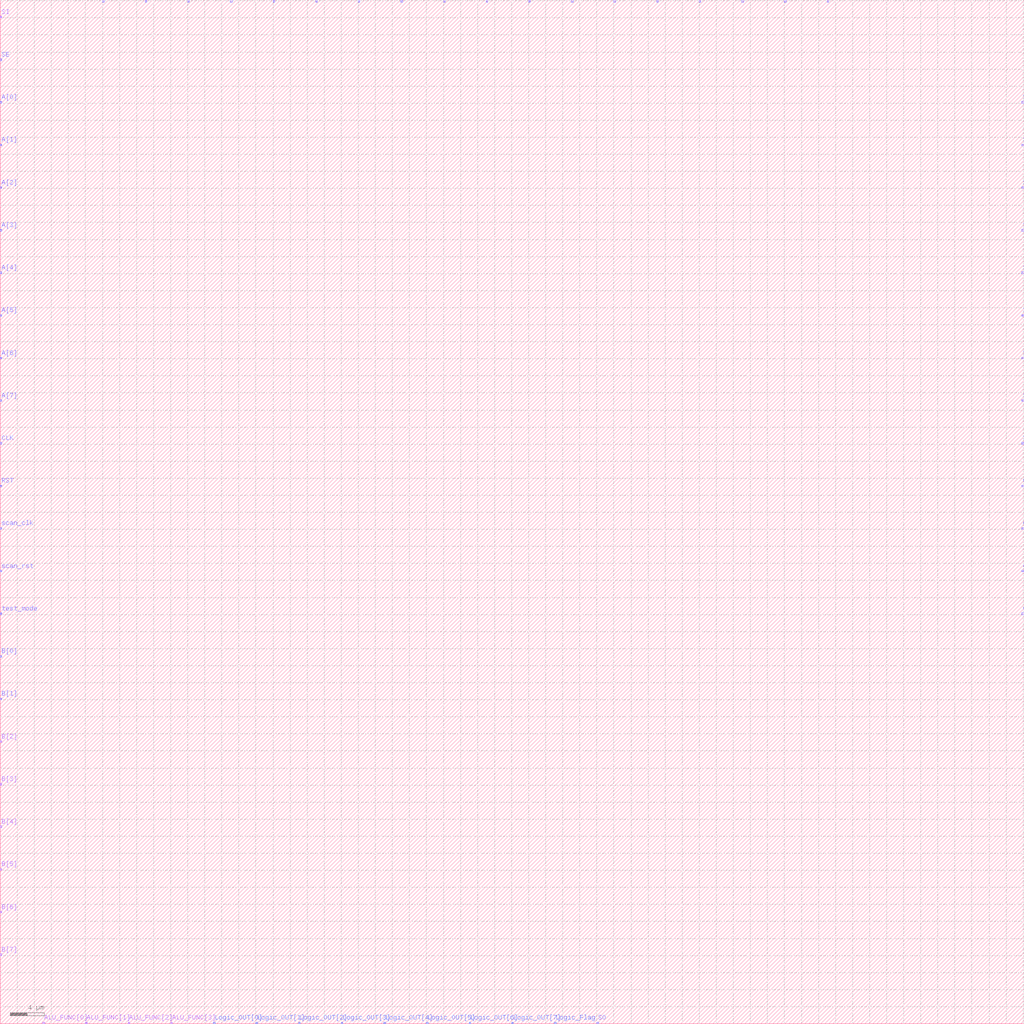
<source format=lef>

#******
# Preview export LEF
#
#	 Preview sub-version 5.10.41.500.3.38
#
# TECH LIB NAME: tsmc18
# TECH FILE NAME: techfile.cds
#******

VERSION 5.4 ;

NAMESCASESENSITIVE ON ;

DIVIDERCHAR "|" ;
BUSBITCHARS "[]" ;

UNITS
    DATABASE MICRONS 100  ;
END UNITS

MACRO ALU_TOP
    CLASS CORE ;
    FOREIGN ALU_TOP 0 0 ;
    ORIGIN 0.00 0.00 ;
    SIZE 120.13 BY 120.13 ;
    SYMMETRY X Y ;
    PIN SI
        DIRECTION INPUT ;
        PORT
        LAYER METAL2 ;
        RECT  0.00 118 0.2 118.2 ;
        END
        AntennaGateArea 0.0 ;
    END SI
    PIN SE
        DIRECTION INPUT ;
        PORT
        LAYER METAL3 ;
        RECT  0.00 113 0.2 113.2 ;
        END
        AntennaGateArea 0.0 ;
    END SE
    PIN A[0]
        DIRECTION INPUT ;
        PORT
        LAYER METAL3 ;
        RECT  0.00 108 0.2 108.2 ;
        END
        AntennaGateArea 0.0 ;
    END A[0]
    PIN A[1]
        DIRECTION INPUT ;
        PORT
        LAYER METAL3 ;
        RECT  0.00 103 0.2 103.2 ;
        END
        AntennaGateArea 0.0 ;
    END A[1]
    PIN A[2]
        DIRECTION INPUT ;
        PORT
        LAYER METAL3 ;
        RECT  0.00 98 0.2 98.2 ;
        END
        AntennaGateArea 0.0 ;
    END A[2]
    PIN A[3]
        DIRECTION INPUT ;
        PORT
        LAYER METAL3 ;
        RECT  0.00 93 0.2 93.2 ;
        END
        AntennaGateArea 0.0 ;
    END A[3]
    PIN A[4]
        DIRECTION INPUT ;
        PORT
        LAYER METAL3 ;
        RECT  0.00 88 0.2 88.2 ;
        END
        AntennaGateArea 0.0 ;
    END A[4]
    PIN A[5]
        DIRECTION INPUT ;
        PORT
        LAYER METAL3 ;
        RECT  0.00 83 0.2 83.2 ;
        END
        AntennaGateArea 0.0 ;
    END A[5]
    PIN A[6]
        DIRECTION INPUT ;
        PORT
        LAYER METAL3 ;
        RECT  0.00 78 0.2 78.2 ;
        END
        AntennaGateArea 0.0 ;
    END A[6]
    PIN A[7]
        DIRECTION INPUT ;
        PORT
        LAYER METAL3 ;
        RECT  0.00 73 0.2 73.2 ;
        END
        AntennaGateArea 0.0 ;
    END A[7]
    PIN CLK
        DIRECTION INPUT ;
        PORT
        LAYER METAL3 ;
        RECT  0.00 68 0.2 68.2 ;
        END
        AntennaGateArea 0.0 ;
    END CLK
    PIN RST
        DIRECTION INPUT ;
        PORT
        LAYER METAL3 ;
        RECT  0.00 63 0.2 63.2 ;
        END
        AntennaGateArea 0.0 ;
    END RST
    PIN scan_clk
        DIRECTION INPUT ;
        PORT
        LAYER METAL3 ;
        RECT  0.00 58 0.2 58.2 ;
        END
        AntennaGateArea 0.0 ;
    END scan_clk
    PIN scan_rst
        DIRECTION INPUT ;
        PORT
        LAYER METAL3 ;
        RECT  0.00 53 0.2 53.2 ;
        END
        AntennaGateArea 0.0 ;
    END scan_rst
    PIN test_mode
        DIRECTION INPUT ;
        PORT
        LAYER METAL3 ;
        RECT  0.00 48 0.2 48.2 ;
        END
        AntennaGateArea 0.0 ;
    END test_mode
    PIN B[0]
        DIRECTION INPUT ;
        PORT
        LAYER METAL3 ;
        RECT  0.00 43 0.2 43.2 ;
        END
        AntennaGateArea 0.0 ;
    END B[0]
    PIN B[1]
        DIRECTION INPUT ;
        PORT
        LAYER METAL3 ;
        RECT  0.00 38 0.2 38.2 ;
        END
        AntennaGateArea 0.0 ;
    END B[1]
    PIN B[2]
        DIRECTION INPUT ;
        PORT
        LAYER METAL2 ;
        RECT  0.00 33 0.2 33.2 ;
        END
        AntennaGateArea 0.0 ;
    END B[2]
    PIN B[3]
        DIRECTION INPUT ;
        PORT
        LAYER METAL2 ;
        RECT  0.00 28 0.2 28.2 ;
        END
        AntennaGateArea 0.0 ;
    END B[3]
    PIN B[4]
        DIRECTION INPUT ;
        PORT
        LAYER METAL2 ;
        RECT  0.00 23 0.2 23.2 ;
        END
        AntennaGateArea 0.0 ;
    END B[4]
    PIN B[5]
        DIRECTION INPUT ;
        PORT
        LAYER METAL2 ;
        RECT  0.00 18 0.2 18.2 ;
        END
        AntennaGateArea 0.0 ;
    END B[5]
    PIN B[6]
        DIRECTION INPUT ;
        PORT
        LAYER METAL2 ;
        RECT  0.00 13 0.2 13.2 ;
        END
        AntennaGateArea 0.0 ;
    END B[6]
    PIN B[7]
        DIRECTION INPUT ;
        PORT
        LAYER METAL2 ;
        RECT  0.00 8 0.2 8.2 ;
        END
        AntennaGateArea 0.0 ;
    END B[7]
    PIN ALU_FUNC[0]
        DIRECTION INPUT ;
        PORT
        LAYER METAL2 ;
        RECT  5 0.0 5.2 0.2 ;
        END
        AntennaGateArea 0.0 ;
    END ALU_FUNC[0]
    PIN ALU_FUNC[1]
        DIRECTION INPUT ;
        PORT
        LAYER METAL2 ;
        RECT  10 0.0 10.2 0.2 ;
        END
        AntennaGateArea 0.0 ;
    END ALU_FUNC[1]
    PIN ALU_FUNC[2]
        DIRECTION INPUT ;
        PORT
        LAYER METAL2 ;
        RECT  15 0.0 15.2 0.2 ;
        END
        AntennaGateArea 0.0 ;
    END ALU_FUNC[2]
    PIN ALU_FUNC[3]
        DIRECTION INPUT ;
        PORT
        LAYER METAL2 ;
        RECT  20 0.0 20.2 0.2 ;
        END
        AntennaGateArea 0.0 ;
    END ALU_FUNC[3]
    PIN Logic_OUT[0]
        DIRECTION OUTPUT ;
        PORT
        LAYER METAL5 ;
        RECT  25 0.0 25.2 0.2 ;
        END
        AntennaDiffArea 0.575 ;
    END Logic_OUT[0]
    PIN Logic_OUT[1]
        DIRECTION OUTPUT ;
        PORT
        LAYER METAL5 ;
        RECT  30 0.0 30.2 0.2 ;
        END
        AntennaDiffArea 0.575 ;
    END Logic_OUT[1]
    PIN Logic_OUT[2]
        DIRECTION OUTPUT ;
        PORT
        LAYER METAL5 ;
        RECT  35 0.0 35.2 0.2 ;
        END
        AntennaDiffArea 0.575 ;
    END Logic_OUT[2]
    PIN Logic_OUT[3]
        DIRECTION OUTPUT ;
        PORT
        LAYER METAL5 ;
        RECT  40 0.0 40.2 0.2 ;
        END
        AntennaDiffArea 0.575 ;
    END Logic_OUT[3]
    PIN Logic_OUT[4]
        DIRECTION OUTPUT ;
        PORT
        LAYER METAL5 ;
        RECT  45 0.0 45.2 0.2 ;
        END
        AntennaDiffArea 0.575 ;
    END Logic_OUT[4]
    PIN Logic_OUT[5]
        DIRECTION OUTPUT ;
        PORT
        LAYER METAL5 ;
        RECT  50 0.0 50.2 0.2 ;
        END
        AntennaDiffArea 0.575 ;
    END Logic_OUT[5]
    PIN Logic_OUT[6]
        DIRECTION OUTPUT ;
        PORT
        LAYER METAL5 ;
        RECT  55 0.0 55.2 0.2 ;
        END
        AntennaDiffArea 0.575 ;
    END Logic_OUT[6]
    PIN Logic_OUT[7]
        DIRECTION OUTPUT ;
        PORT
        LAYER METAL5 ;
        RECT  60 0.0 60.2 0.2 ;
        END
        AntennaDiffArea 0.575 ;
    END Logic_OUT[7]
    PIN Logic_Flag
        DIRECTION OUTPUT ;
        PORT
        LAYER METAL5 ;
        RECT  65 0.0 65.2 0.2 ;
        END
        AntennaDiffArea 0.575 ;
    END Logic_Flag
    PIN SO
        DIRECTION OUTPUT ;
        PORT
        LAYER METAL3 ;
        RECT  70 0.0 70.2 0.2 ;
        END
        AntennaDiffArea 0.575 ;
    END SO
    PIN Shift_OUT[0]
        DIRECTION OUTPUT ;
        PORT
        LAYER METAL3 ;
        RECT  119.83 108 120.13 108.2 ; 
        END
        AntennaDiffArea 0.575 ;
    END Shift_OUT[0]
    PIN Shift_OUT[1]
        DIRECTION OUTPUT ;
        PORT
        LAYER METAL3 ;
        RECT  119.83 103 120.13 103.2 ; 
        END
        AntennaDiffArea 0.575 ;
    END Shift_OUT[1]
    PIN Shift_OUT[2]
        DIRECTION OUTPUT ;
        PORT
        LAYER METAL3 ;
        RECT  119.83 98 120.13 98.2 ; 
        END
        AntennaDiffArea 0.575 ;
    END Shift_OUT[2]
    PIN Shift_OUT[3]
        DIRECTION OUTPUT ;
        PORT
        LAYER METAL3 ;
        RECT  119.83 93 120.13 93.2 ; 
        END
        AntennaDiffArea 0.575 ;
    END Shift_OUT[3]
    PIN Shift_OUT[4]
        DIRECTION OUTPUT ;
        PORT
        LAYER METAL3 ;
        RECT  119.83 88 120.13 88.2 ; 
        END
        AntennaDiffArea 0.575 ;
    END Shift_OUT[4]
    PIN Shift_OUT[5]
        DIRECTION OUTPUT ;
        PORT
        LAYER METAL3 ;
        RECT  119.83 83 120.13 83.2 ; 
        END
        AntennaDiffArea 0.575 ;
    END Shift_OUT[5]
    PIN Shift_OUT[6]
        DIRECTION OUTPUT ;
        PORT
        LAYER METAL3 ;
        RECT  119.83 78 120.13 78.2 ; 
        END
        AntennaDiffArea 0.575 ;
    END Shift_OUT[6]
    PIN Shift_OUT[7]
        DIRECTION OUTPUT ;
        PORT
        LAYER METAL3 ;
        RECT  119.83 73 120.13 73.2 ; 
        END
        AntennaDiffArea 0.575 ;
    END Shift_OUT[7]
    PIN Shift_Flag
        DIRECTION OUTPUT ;
        PORT
        LAYER METAL3 ;
        RECT  119.83 68 120.13 68.2 ; 
        END
        AntennaDiffArea 0.575 ;
    END Shift_Flag
    PIN CMP_OUT[0]
        DIRECTION OUTPUT ;
        PORT
        LAYER METAL3 ;
        RECT  119.83 63 120.13 63.2 ; 
        END
        AntennaDiffArea 0.575 ;
    END CMP_OUT[0]
    PIN CMP_OUT[1]
        DIRECTION OUTPUT ;
        PORT
        LAYER METAL3 ;
        RECT  119.83 58 120.13 58.2 ; 
        END
        AntennaDiffArea 0.575 ;
    END CMP_OUT[1]
    PIN CMP_OUT[2]
        DIRECTION OUTPUT ;
        PORT
        LAYER METAL3 ;
        RECT  119.83 53 120.13 53.2 ; 
        END
        AntennaDiffArea 0.575 ;
    END CMP_OUT[2]
    PIN CMP_Flag
        DIRECTION OUTPUT ;
        PORT
        LAYER METAL3 ;
        RECT  119.83 48 120.13 48.2 ; 
        END
        AntennaDiffArea 0.575 ;
    END CMP_Flag
    PIN Arith_Flag
        DIRECTION OUTPUT ;
        PORT
        LAYER METAL3 ;
        RECT  12 119.83 12.2 120.13 ;
        END
        AntennaDiffArea 0.575 ;
    END Arith_Flag
    PIN Carry_OUT
        DIRECTION OUTPUT ;
        PORT
        LAYER METAL3 ;
        RECT  17 119.83 17.2 120.13 ;
        END
        AntennaDiffArea 0.575 ;
    END Carry_OUT
    PIN Arith_OUT[0]        
        DIRECTION OUTPUT ;
        PORT
        LAYER METAL3 ;
        RECT  22 119.83 22.2 120.13 ;
        END
        AntennaDiffArea 0.575 ;
    END Arith_OUT[0]
    PIN Arith_OUT[1]
        DIRECTION OUTPUT ;
        PORT
        LAYER METAL3 ;
        RECT  27 119.83 27.2 120.13 ;
        END
        AntennaDiffArea 0.575 ;
    END Arith_OUT[1]
    PIN Arith_OUT[2]
        DIRECTION OUTPUT ;
        PORT
        LAYER METAL3 ;
        RECT  32 119.83 32.2 120.13 ;
        END
        AntennaDiffArea 0.575 ;
    END Arith_OUT[2]
    PIN Arith_OUT[3]
        DIRECTION OUTPUT ;
        PORT
        LAYER METAL3 ;
        RECT  37 119.83 37.2 120.13 ;
        END
        AntennaDiffArea 0.575 ;
    END Arith_OUT[3]
    PIN Arith_OUT[4]
        DIRECTION OUTPUT ;
        PORT
        LAYER METAL3 ;
        RECT  42 119.83 42.2 120.13 ;
        END
        AntennaDiffArea 0.575 ;
    END Arith_OUT[4]
    PIN Arith_OUT[5]
        DIRECTION OUTPUT ;
        PORT
        LAYER METAL3 ;
        RECT  47 119.83 47.2 120.13 ;
        END
        AntennaDiffArea 0.575 ;
    END Arith_OUT[5]
    PIN Arith_OUT[6]
        DIRECTION OUTPUT ;
        PORT
        LAYER METAL3 ;
        RECT  52 119.83 52.2 120.13 ;
        END
        AntennaDiffArea 0.575 ;
    END Arith_OUT[6]
    PIN Arith_OUT[7]
        DIRECTION OUTPUT ;
        PORT
        LAYER METAL3 ;
        RECT  57 119.83 57.2 120.13 ;
        END
        AntennaDiffArea 0.575 ;
    END Arith_OUT[7]
    PIN Arith_OUT[8]
        DIRECTION OUTPUT ;
        PORT
        LAYER METAL3 ;
        RECT  62 119.83 62.2 120.13 ;
        END
        AntennaDiffArea 0.575 ;
    END Arith_OUT[8]
    PIN Arith_OUT[9]
        DIRECTION OUTPUT ;
        PORT
        LAYER METAL3 ;
        RECT  67 119.83 67.2 120.13 ;
        END
        AntennaDiffArea 0.575 ;
    END Arith_OUT[9]
    PIN Arith_OUT[10]
        DIRECTION OUTPUT ;
        PORT
        LAYER METAL3 ;
        RECT  72 119.83 72.2 120.13 ;
        END
        AntennaDiffArea 0.575 ;
    END Arith_OUT[10]
    PIN Arith_OUT[11]
        DIRECTION OUTPUT ;
        PORT
        LAYER METAL3 ;
        RECT  77 119.83 77.2 120.13 ;
        END
        AntennaDiffArea 0.575 ;
    END Arith_OUT[11]
    PIN Arith_OUT[12]
        DIRECTION OUTPUT ;
        PORT
        LAYER METAL3 ;
        RECT  82 119.83 82.2 120.13 ;
        END
        AntennaDiffArea 0.575 ;
    END Arith_OUT[12]
    PIN Arith_OUT[13]
        DIRECTION OUTPUT ;
        PORT
        LAYER METAL3 ;
        RECT  87 119.83 87.2 120.13 ;
        END
        AntennaDiffArea 0.575 ;
    END Arith_OUT[13]
    PIN Arith_OUT[14]
        DIRECTION OUTPUT ;
        PORT
        LAYER METAL3 ;
        RECT  92 119.83 92.2 120.13 ;
        END
        AntennaDiffArea 0.575 ;
    END Arith_OUT[14]
    PIN Arith_OUT[15]
        DIRECTION OUTPUT ;
        PORT
        LAYER METAL3 ;
        RECT  97 119.83 97.2 120.13 ;
        END
        AntennaDiffArea 0.575 ;
    END Arith_OUT[15]
END ALU_TOP

END LIBRARY


</source>
